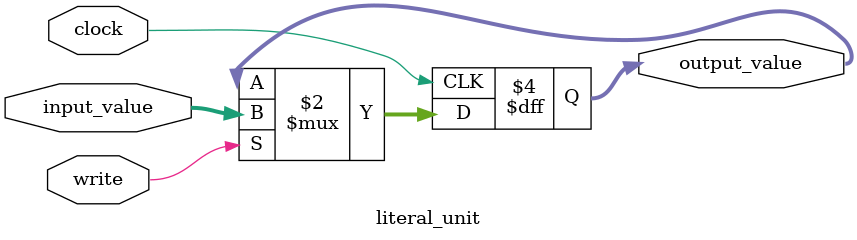
<source format=sv>
module literal_unit (
  input logic clock,
  input logic write,
  input logic [7:0] input_value,
  output logic [7:0] output_value
);
  always_ff @(posedge clock) begin
    if (write) begin
      output_value <= input_value;
    end
  end
endmodule

</source>
